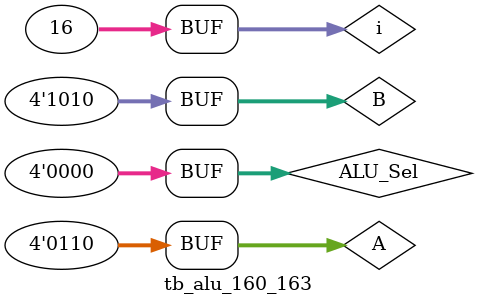
<source format=v>
`timescale 1ns / 1ps


module tb_alu_160_163;

	// Inputs
	reg [3:0] A;
	reg [3:0] B;
	reg [3:0] ALU_Sel;

	// Outputs
	wire [3:0] ALU_OUT_160_163;
	wire CARRY_OUT_160_163;

	// Instantiate the Unit Under Test (UUT)
	
	integer i;
	
	alu_160_163 uut (
		.A(A), 
		.B(B), 
		.ALU_Sel(ALU_Sel), 
		.ALU_OUT_160_163(ALU_OUT_160_163), 
		.CARRY_OUT_160_163(CARRY_OUT_160_163)
	);

	initial begin
		// Initialize Inputs
		
      A = 4'hA;
      B = 4'h2;
      ALU_Sel = 4'h0;
      #25;
      for (i=0;i<=15;i=i+1)
      begin
       ALU_Sel = ALU_Sel + 4'h1;
       #25;
      end;
      
      A = 4'h6;
      B = 4'hA;

	end
      
endmodule


</source>
